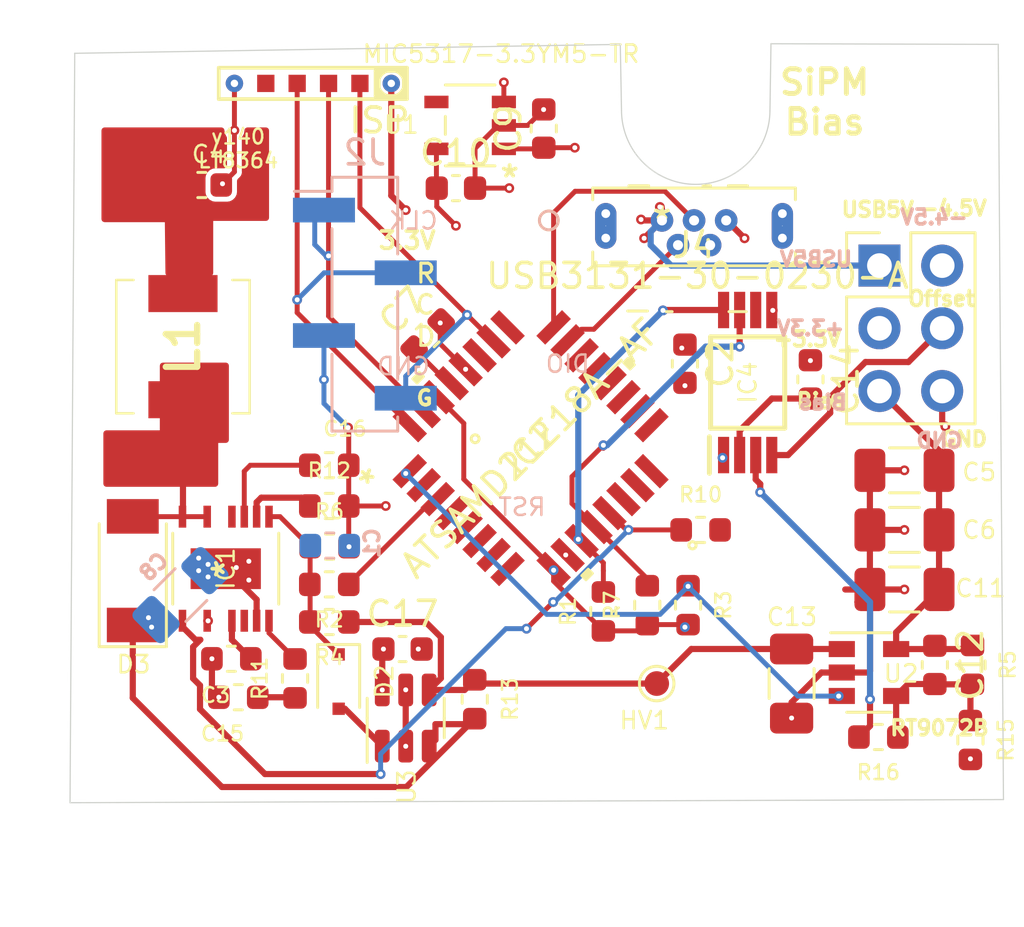
<source format=kicad_pcb>
(kicad_pcb (version 20211014) (generator pcbnew)
  (layers (0 "F.Cu" signal) (1 "In1.Cu" signal "GND") (2 "In2.Cu" signal "PWR") (31 "B.Cu" signal) (34 "B.Paste" user) (35 "F.Paste" user) (36 "B.SilkS" user "B.Silkscreen") (37 "F.SilkS" user "F.Silkscreen") (38 "B.Mask" user) (39 "F.Mask" user) (44 "Edge.Cuts" user))
  (net 0 "")
  (net 1 "GND")
  (net 2 "/~{SHDN}")
  (net 3 "+5V")
  (net 4 "/SWDIO")
  (net 5 "/SWCLK")
  (net 6 "+3V3")
  (net 7 "Net-(C7-Pad1)")
  (net 8 "/RESET")
  (net 9 "/USB_DP")
  (net 10 "/BIAS")
  (net 11 "/SCL")
  (net 12 "/SDA")
  (net 13 "/USB_DN")
  (net 14 "/OFFSET")
  (net 16 "/gain")
  (net 17 "Net-(C12-Pad2)")
  (net 18 "Net-(C14-Pad2)")
  (net 37 "VSSA")
  (net 38 "VDDA")
  (net 40 "Net-(C3-Pad2)")
  (net 41 "Net-(C8-Pad1)")
  (net 42 "Net-(C15-Pad2)")
  (net 43 "Net-(C16-Pad2)")
  (net 44 "/FBX")
  (net 45 "Net-(D2-Pad2)")
  (net 46 "Net-(D3-Pad2)")
  (net 48 "Net-(IC1-Pad8)")
  (net 49 "Net-(IC1-Pad10)")
  (net 51 "/BOOST_OUT")
  (net 52 "/Boost_Gain")
  (net 53 "/LDO_SHDN")
  (net 54 "/ID")
  (footprint "footprints:R_0603_1608Metric" (layer "F.Cu") (at 185.131416 109.647984)
    (fp_text reference "R6")
    (fp_text value "52k")
  )
  (footprint "footprints:R_0603_1608Metric" (layer "F.Cu") (at 200.152 108.966)
    (fp_text reference "R10")
    (fp_text value "5.1k")
  )
  (footprint "footprints:R_0603_1608Metric" (layer "F.Cu") (at 185.119016 111.171984 180)
    (fp_text reference "R2")
    (fp_text value "70k")
  )
  (footprint "footprints:R_0603_1608Metric" (layer "F.Cu") (at 197.993 112.014 90)
    (fp_text reference "R7")
    (fp_text value "5.1k")
  )
  (footprint "footprints:POGO_ISP" (layer "F.Cu") (at 184.4548 90.8812)
    (fp_text reference "J1" hide)
    (fp_text value "ISP")
  )
  (footprint "footprints:LT8364IMSE-PBF" (layer "F.Cu") (at 180.928016 110.536984 90)
    (fp_text reference "IC1")
    (fp_text value "LT8362EMSE#TRPBF" hide)
  )
  (footprint "Capacitor_SMD:C_0603_1608Metric" (layer "F.Cu") (at 189.103 101.092 45)
    (fp_text reference "C7")
    (fp_text value "2.2u")
  )
  (footprint "Capacitor_SMD:C_0603_1608Metric" (layer "F.Cu") (at 199.517 102.235 -90)
    (fp_text reference "C2")
    (fp_text value "2.2u")
  )
  (footprint "footprints:R_0603_1608Metric" (layer "F.Cu") (at 196.215 112.268 90)
    (fp_text reference "R1")
    (fp_text value "5.1k")
  )
  (footprint "footprints:C_0603_1608Metric" (layer "F.Cu") (at 179.959 94.996)
    (fp_text reference "C4")
    (fp_text value "22u" hide)
  )
  (footprint "footprints:ATSAMD21E18A-AF" (layer "F.Cu") (at 193.268359 105.655215 45)
    (fp_text reference "IC2")
    (fp_text value "ATSAMD21E18A-AF")
  )
  (footprint "footprints:SRP05204R7K" (layer "F.Cu") (at 179.197 101.5435 90)
    (fp_text reference "L1")
    (fp_text value "3.3uH" hide)
  )
  (footprint "footprints:USB3131-30-0230-A" (layer "F.Cu") (at 198.586951 96.4312)
    (fp_text reference "J4")
    (fp_text value "USB3131-30-0230-A")
  )
  (footprint "footprints:PinHeader_2x03_P2.54mm_Vertical" (layer "F.Cu") (at 207.391 98.26)
    (fp_text reference "J3" hide)
    (fp_text value "Conn_01x06" hide)
  )
  (footprint "Capacitor_SMD:C_0603_1608Metric" (layer "F.Cu") (at 193.802 92.71 90)
    (fp_text reference "C9")
    (fp_text value "2.2u")
  )
  (footprint "footprints:R_0603_1608Metric" (layer "F.Cu") (at 191.008 115.824 -90)
    (fp_text reference "R13")
    (fp_text value "0.62")
  )
  (footprint "footprints:R_0603_1608Metric" (layer "F.Cu") (at 183.734416 114.981984 90)
    (fp_text reference "R11")
    (fp_text value "36.5k")
  )
  (footprint "Diode_SMD:D_SOD-128" (layer "F.Cu") (at 177.165 110.617 90)
    (fp_text reference "D3")
    (fp_text value "PMEG6030EP")
  )
  (footprint "footprints:R_0603_1608Metric" (layer "F.Cu") (at 199.644 112.014 -90)
    (fp_text reference "R3")
    (fp_text value "5.1k")
  )
  (footprint "Capacitor_SMD:C_0603_1608Metric" (layer "F.Cu") (at 209.634 114.434 -90)
    (fp_text reference "C12")
    (fp_text value "25pF")
  )
  (footprint "footprints:R_0603_1608Metric" (layer "F.Cu") (at 211.074 117.475 -90)
    (fp_text reference "R15")
    (fp_text value "48k")
  )
  (footprint "Capacitor_SMD:C_0603_1608Metric" (layer "F.Cu") (at 190.246 95.123)
    (fp_text reference "C10")
    (fp_text value "2.2u")
  )
  (footprint "Capacitor_SMD:C_1206_3216Metric" (layer "F.Cu") (at 208.404 106.553 180)
    (fp_text reference "C5")
    (fp_text value "2.2uF")
  )
  (footprint "Diode_SMD:D_SOD-323F" (layer "F.Cu") (at 185.500016 115.108984 -90)
    (fp_text reference "D2")
    (fp_text value "1N4148WS")
  )
  (footprint "footprints:C_0603_1608Metric" (layer "F.Cu") (at 181.436016 115.743984)
    (fp_text reference "C15")
    (fp_text value "2.2n")
  )
  (footprint "footprints:C_0603_1608Metric" (layer "F.Cu") (at 185.119016 106.345984 180)
    (fp_text reference "C16")
    (fp_text value "10n")
  )
  (footprint "Capacitor_SMD:C_0603_1608Metric" (layer "F.Cu") (at 188.087 113.792)
    (fp_text reference "C17")
    (fp_text value "2.2u")
  )
  (footprint "footprints:MIC5317-3.3YM5-TR" (layer "F.Cu") (at 190.822 92.583 180)
    (fp_text reference "U1")
    (fp_text value "MIC5317-3.3YM5-TR")
  )
  (footprint "Package_TO_SOT_SMD:SOT-23-6" (layer "F.Cu") (at 188.214 116.586 90)
    (fp_text reference "U3")
    (fp_text value "MCP6C02T-020E/CHY")
  )
  (footprint "Capacitor_SMD:C_1206_3216Metric" (layer "F.Cu") (at 208.404 111.379 180)
    (fp_text reference "C11")
    (fp_text value "2.2uF")
  )
  (footprint "footprints:C_0603_1608Metric" (layer "F.Cu") (at 181.156516 114.185584)
    (fp_text reference "C3")
    (fp_text value "1u")
  )
  (footprint "footprints:R_0603_1608Metric" (layer "F.Cu") (at 185.119016 112.695984 180)
    (fp_text reference "R4")
    (fp_text value "1M")
  )
  (footprint "Capacitor_SMD:C_1206_3216Metric" (layer "F.Cu") (at 203.835 115.189 -90)
    (fp_text reference "C13")
    (fp_text value "2.2uF")
  )
  (footprint "Capacitor_SMD:C_1206_3216Metric" (layer "F.Cu") (at 208.404 108.966 180)
    (fp_text reference "C6")
    (fp_text value "2.2uF")
  )
  (footprint "footprints:R_0603_1608Metric" (layer "F.Cu") (at 207.348 117.355 180)
    (fp_text reference "R16")
    (fp_text value "48k")
  )
  (footprint "Capacitor_SMD:C_0603_1608Metric" (layer "F.Cu") (at 204.597 102.87 -90)
    (fp_text reference "C14")
    (fp_text value "2.2u")
  )
  (footprint "TestPoint:TestPoint_Pad_D1.0mm" (layer "F.Cu") (at 198.374 115.189)
    (fp_text reference "HV1")
    (fp_text value "TestPoint")
  )
  (footprint "Package_TO_SOT_SMD:SOT-23-5" (layer "F.Cu") (at 206.967 114.742)
    (fp_text reference "U2")
    (fp_text value "RT9072B")
  )
  (footprint "footprints:R_0603_1608Metric" (layer "F.Cu") (at 211.158 114.434 -90)
    (fp_text reference "R5")
    (fp_text value "1M")
  )
  (footprint "footprints:SOP65P640X120-8N" (layer "F.Cu") (at 202.057 102.997 90)
    (fp_text reference "IC4")
    (fp_text value "MCP47FEB22A2-E_ST" hide)
  )
  (footprint "footprints:R_0603_1608Metric" (layer "F.Cu") (at 185.119016 107.996984)
    (fp_text reference "R12")
    (fp_text value "45.3k")
  )
  (footprint "Capacitor_SMD:C_1206_3216Metric" (layer "B.Cu") (at 179.096051 111.606949 45)
    (fp_text reference "C8")
    (fp_text value "2.2uF" hide)
  )
  (footprint "footprints:C_0603_1608Metric" (layer "B.Cu") (at 185.1405 109.601)
    (fp_text reference "C1")
    (fp_text value "22u" hide)
  )
  (footprint "Connector_PinHeader_2.54mm:PinHeader_1x04_P2.54mm_Vertical_SMD_Pin1Right" (layer "B.Cu") (at 186.559 99.822 180)
    (fp_text reference "J2")
    (fp_text value "Conn_01x04")
  )
  (gr_circle (center 199.822 109.59) (end 199.947 109.665) (layer "F.SilkS") (width 0.12) (fill none))
  (gr_line (start 200.25 95.025) (end 200.55 95.025) (layer "F.SilkS") (width 0.12))
  (gr_line (start 198.75 100.125) (end 199 100.125) (layer "F.SilkS") (width 0.12))
  (gr_circle (center 191.025 105.275) (end 191.15 105.375) (layer "F.SilkS") (width 0.12) (fill none))
  (gr_line (start 197.25 95.025) (end 198.05 95.025) (layer "F.SilkS") (width 0.12))
  (gr_line (start 197.2 100.1) (end 198 100.1) (layer "F.SilkS") (width 0.12))
  (gr_line (start 201.275 95.025) (end 202.05 95.025) (layer "F.SilkS") (width 0.12))
  (gr_line (start 201.3 100.125) (end 202 100.125) (layer "F.SilkS") (width 0.12))
  (gr_line (start 212.411875 119.888) (end 212.2 89.3) (layer "Edge.Cuts") (width 0.05))
  (gr_line (start 196.9 89.3) (end 174.8155 89.662) (layer "Edge.Cuts") (width 0.05))
  (gr_line (start 212.411875 119.888) (end 174.625 120.015) (layer "Edge.Cuts") (width 0.05))
  (gr_arc (start 202.95847 91.988639) (mid 199.94626 94.967928) (end 196.9492 91.9734) (layer "Edge.Cuts") (width 0.05))
  (gr_line (start 196.9492 91.9734) (end 196.9 89.3) (layer "Edge.Cuts") (width 0.05))
  (gr_line (start 202.95847 91.988639) (end 203.000261 89.274936) (layer "Edge.Cuts") (width 0.05))
  (gr_line (start 212.2 89.3) (end 203.000261 89.274936) (layer "Edge.Cuts") (width 0.05))
  (gr_line (start 174.625 120.015) (end 174.8155 89.662) (layer "Edge.Cuts") (width 0.05))
  (gr_text "RST" (at 192.922 108.04) (layer "B.SilkS") (effects (font (size 0.7 0.7) (thickness 0.1)) (justify mirror)))
  (gr_text "GND" (at 188.122 102.34) (layer "B.SilkS") (effects (font (size 0.7 0.7) (thickness 0.1)) (justify mirror)))
  (gr_text "Bias" (at 205.1 103.8) (layer "B.SilkS") (effects (font (size 0.6 0.6)) (justify mirror)))
  (gr_text "GND" (at 209.822 105.35) (layer "B.SilkS") (effects (font (size 0.6 0.6)) (justify mirror)))
  (gr_text "CLK" (at 188.522 96.44) (layer "B.SilkS") (effects (font (size 0.7 0.7) (thickness 0.1)) (justify mirror)))
  (gr_text "+3.3V" (at 204.6 100.8) (layer "B.SilkS") (effects (font (size 0.6 0.6)) (justify mirror)))
  (gr_text "-4.5V" (at 209.6 96.3) (layer "B.SilkS") (effects (font (size 0.6 0.6)) (justify mirror)))
  (gr_text "DIO" (at 194.772 102.24) (layer "B.SilkS") (effects (font (size 0.7 0.7) (thickness 0.1)) (justify mirror)))
  (gr_text "USB5V" (at 204.825 98) (layer "B.SilkS") (effects (font (size 0.6 0.6)) (justify mirror)))
  (gr_text "v140\nLT8364" (at 181.4322 93.5228) (layer "F.SilkS") (effects (font (size 0.6 0.6) (thickness 0.1))))
  (gr_text "-4.5V" (at 210.372 95.94) (layer "F.SilkS") (effects (font (size 0.6 0.6))))
  (gr_text "+3.3V" (at 204.472 101.24) (layer "F.SilkS") (effects (font (size 0.6 0.6))))
  (gr_text "GND" (at 210.822 105.29) (layer "F.SilkS") (effects (font (size 0.6 0.6))))
  (gr_text "Bias" (at 205.022 103.74) (layer "F.SilkS") (effects (font (size 0.6 0.6))))
  (gr_text "SiPM\nBias\n" (at 205.172 91.64) (layer "F.SilkS") (effects (font (size 1 1) (thickness 0.2))))
  (gr_text "G" (at 188.975 103.625) (layer "F.SilkS") (effects (font (size 0.6 0.6))))
  (gr_text "C" (at 189.0014 99.8474) (layer "F.SilkS") (effects (font (size 0.762 0.762) (thickness 0.127))))
  (gr_text "D" (at 189.0268 101.1428) (layer "F.SilkS") (effects (font (size 0.762 0.762) (thickness 0.127))))
  (gr_text "Offset" (at 209.9 99.6) (layer "F.SilkS") (effects (font (size 0.6 0.6))))
  (gr_text "R" (at 189.0268 98.5774) (layer "F.SilkS") (effects (font (size 0.762 0.762) (thickness 0.127))))
  (gr_text "USB5V" (at 207.322 95.99) (layer "F.SilkS") (effects (font (size 0.6 0.6))))
  (gr_text "RT9072B" (at 209.822 116.99) (layer "F.SilkS") (effects (font (size 0.6 0.6))))
  (gr_text "3.3V" (at 188.272 97.24) (layer "F.SilkS") (effects (font (size 0.7 0.7))))
  (segment (start 182.178966 111.787934) (end 180.928016 110.536984) (width 0.25) (layer "F.Cu") (net 1))
  (segment (start 180.369016 114.185584) (end 180.369016 115.464484) (width 0.25) (layer "F.Cu") (net 1))
  (segment (start 193.7955 91.9415) (end 193.154 92.583) (width 0.2) (layer "F.Cu") (net 1))
  (segment (start 206.949 114.742) (end 207.01 114.681) (width 0.25) (layer "F.Cu") (net 1))
  (segment (start 180.7465 94.996) (end 180.79725 94.94525) (width 0.2) (layer "F.Cu") (net 1))
  (segment (start 207.01 111.385) (end 207.01 114.681) (width 0.25) (layer "F.Cu") (net 1))
  (segment (start 191.021 95.123) (end 192.405 95.123) (width 0.2) (layer "F.Cu") (net 1))
  (segment (start 201.206199 96.431199) (end 201.93 97.155) (width 0.25) (layer "F.Cu") (net 1))
  (segment (start 189.651008 100.543992) (end 189.611 100.584) (width 0.2) (layer "F.Cu") (net 1))
  (segment (start 180.369016 115.464484) (end 180.648516 115.743984) (width 0.25) (layer "F.Cu") (net 1))
  (segment (start 207.004 111.379) (end 208.401 111.379) (width 0.25) (layer "F.Cu") (net 1))
  (segment (start 206.496 111.887) (end 207.004 111.379) (width 0.25) (layer "F.Cu") (net 1))
  (segment (start 181.2798 94.4627) (end 181.2798 92.7862) (width 0.2) (layer "F.Cu") (net 1))
  (segment (start 191.9523 92.583) (end 191.021 93.5143) (width 0.2) (layer "F.Cu") (net 1))
  (segment (start 192.18725 92.583) (end 191.9523 92.583) (width 0.2) (layer "F.Cu") (net 1))
  (segment (start 205.867 114.742) (end 206.949 114.742) (width 0.25) (layer "F.Cu") (net 1))
  (segment (start 188.214 115.4485) (end 188.214 117.7235) (width 0.25) (layer "F.Cu") (net 1))
  (segment (start 209.931 103.34) (end 209.931 104.648) (width 0.25) (layer "F.Cu") (net 1))
  (segment (start 207.004 111.379) (end 207.01 111.385) (width 0.25) (layer "F.Cu") (net 1))
  (segment (start 203.835 116.589) (end 203.835 116.586) (width 0.25) (layer "F.Cu") (net 1))
  (segment (start 185.906516 106.345984) (end 185.906516 109.635584) (width 0.2) (layer "F.Cu") (net 1))
  (segment (start 182.178966 112.645184) (end 182.178966 111.787934) (width 0.25) (layer "F.Cu") (net 1))
  (segment (start 185.906516 109.635584) (end 185.918916 109.647984) (width 0.2) (layer "F.Cu") (net 1))
  (segment (start 189.611 101.432172) (end 190.638629 102.459801) (width 0.2) (layer "F.Cu") (net 1))
  (segment (start 209.931 104.648) (end 210.058 104.775) (width 0.25) (layer "F.Cu") (net 1))
  (segment (start 189.611 100.584) (end 189.611 101.432172) (width 0.2) (layer "F.Cu") (net 1))
  (segment (start 207.004 108.966) (end 208.401 108.966) (width 0.25) (layer "F.Cu") (net 1))
  (segment (start 205.044 114.742) (end 205.867 114.742) (width 0.25) (layer "F.Cu") (net 1))
  (segment (start 193.154 92.583) (end 192.18725 92.583) (width 0.2) (layer "F.Cu") (net 1))
  (segment (start 203.835 116.586) (end 203.835 115.951) (width 0.25) (layer "F.Cu") (net 1))
  (segment (start 185.906516 106.345984) (end 185.906516 104.847484) (width 0.2) (layer "F.Cu") (net 1))
  (segment (start 185.906516 104.847484) (end 185.881016 104.821984) (width 0.2) (layer "F.Cu") (net 1))
  (segment (start 181.2798 92.7862) (end 181.2798 90.8812) (width 0.2) (layer "F.Cu") (net 1))
  (segment (start 207.004 111.379) (end 206.007 111.379) (width 0.25) (layer "F.Cu") (net 1))
  (segment (start 207.004 106.553) (end 208.401 106.553) (width 0.25) (layer "F.Cu") (net 1))
  (segment (start 193.802 91.935) (end 193.7955 91.9415) (width 0.2) (layer "F.Cu") (net 1))
  (segment (start 203.835 115.951) (end 205.044 114.742) (width 0.25) (layer "F.Cu") (net 1))
  (segment (start 207.004 111.379) (end 207.004 106.553) (width 0.25) (layer "F.Cu") (net 1))
  (segment (start 201.186951 96.431199) (end 201.206199 96.431199) (width 0.25) (layer "F.Cu") (net 1))
  (segment (start 185.906516 107.996984) (end 187.405016 107.996984) (width 0.2) (layer "F.Cu") (net 1))
  (segment (start 180.79725 94.94525) (end 181.2798 94.4627) (width 0.2) (layer "F.Cu") (net 1))
  (segment (start 191.021 93.5143) (end 191.021 95.123) (width 0.2) (layer "F.Cu") (net 1))
  (via (at 179.832 110.617) (size 0.4) (drill 0.2) (layers "F.Cu" "B.Cu") (net 1))
  (via blind (at 188.214 117.729) (size 0.4) (drill 0.2) (layers "F.Cu" "In1.Cu") (net 1))
  (via blind (at 208.401 108.966) (size 0.4) (drill 0.2) (layers "F.Cu" "In1.Cu") (net 1))
  (via blind (at 208.401 111.379) (size 0.4) (drill 0.2) (layers "F.Cu" "In1.Cu") (net 1))
  (via blind (at 211.074 118.237) (size 0.4) (drill 0.2) (layers "F.Cu" "In1.Cu") (net 1))
  (via blind (at 208.401 106.553) (size 0.4) (drill 0.2) (layers "F.Cu" "In1.Cu") (net 1))
  (via blind (at 194.691 109.982) (size 0.4) (drill 0.2) (layers "F.Cu" "In1.Cu") (net 1))
  (via blind (at 180.79725 94.94525) (size 0.4) (drill 0.2) (layers "F.Cu" "In1.Cu") (net 1))
  (via blind (at 190.638629 102.459801) (size 0.4) (drill 0.2) (layers "F.Cu" "In1.Cu") (net 1))
  (via blind (at 180.369016 114.185584) (size 0.4) (drill 0.2) (layers "F.Cu" "In1.Cu") (net 1))
  (via blind (at 193.7955 91.9415) (size 0.4) (drill 0.2) (layers "F.Cu" "In1.Cu") (net 1))
  (via blind (at 189.611 100.584) (size 0.4) (drill 0.2) (layers "F.Cu" "In1.Cu") (net 1))
  (via blind (at 181.2798 92.7862) (size 0.4) (drill 0.2) (layers "F.Cu" "In1.Cu") (net 1))
  (via (at 180.213 110.871) (size 0.4) (drill 0.2) (layers "F.Cu" "B.Cu") (net 1))
  (via blind (at 181.864 110.998) (size 0.4) (drill 0.2) (layers "F.Cu" "In1.Cu") (net 1))
  (via blind (at 203.073 100.076) (size 0.4) (drill 0.2) (layers "F.Cu" "In1.Cu") (net 1))
  (via blind (at 204.597 102.108) (size 0.4) (drill 0.2) (layers "F.Cu" "In1.Cu") (net 1))
  (via (at 180.213 110.363) (size 0.4) (drill 0.2) (layers "F.Cu" "B.Cu") (net 1))
  (via blind (at 201.93 97.155) (size 0.4) (drill 0.2) (layers "F.Cu" "In1.Cu") (net 1))
  (via blind (at 203.835 116.586) (size 0.4) (drill 0.2) (layers "F.Cu" "In1.Cu") (net 1))
  (via blind (at 188.214 115.443) (size 0.4) (drill 0.2) (layers "F.Cu" "In1.Cu") (net 1))
  (via blind (at 192.405 95.123) (size 0.4) (drill 0.2) (layers "F.Cu" "In1.Cu") (net 1))
  (via blind (at 181.864 110.236) (size 0.4) (drill 0.2) (layers "F.Cu" "In1.Cu") (net 1))
  (via (at 179.832 110.109) (size 0.4) (drill 0.2) (layers "F.Cu" "B.Cu") (net 1))
  (via blind (at 188.722 113.792) (size 0.4) (drill 0.2) (layers "F.Cu" "In1.Cu") (net 1))
  (via blind (at 187.405016 107.996984) (size 0.4) (drill 0.2) (layers "F.Cu" "In1.Cu") (net 1))
  (via blind (at 180.648516 115.743984) (size 0.4) (drill 0.2) (layers "F.Cu" "In1.Cu") (net 1))
  (via blind (at 210.058 104.775) (size 0.4) (drill 0.2) (layers "F.Cu" "In1.Cu") (net 1))
  (via blind (at 181.356 110.49) (size 0.4) (drill 0.2) (layers "F.Cu" "In1.Cu") (net 1))
  (via blind (at 185.881016 104.821984) (size 0.4) (drill 0.2) (layers "F.Cu" "In1.Cu") (net 1))
  (via blind (at 199.517 103.124) (size 0.4) (drill 0.2) (layers "F.Cu" "In1.Cu") (net 1))
  (via blind (at 185.918916 109.647984) (size 0.4) (drill 0.2) (layers "F.Cu" "In1.Cu") (net 1))
  (via blind (at 184.904 102.878) (size 0.4) (drill 0.2) (layers "In1.Cu" "B.Cu") (net 1))
  (segment (start 184.904 103.844968) (end 185.881016 104.821984) (width 0.2) (layer "B.Cu") (net 1))
  (segment (start 184.904 102.878) (end 184.904 103.844968) (width 0.2) (layer "B.Cu") (net 1))
  (segment (start 184.904 101.092) (end 184.904 102.878) (width 0.2) (layer "B.Cu") (net 1))
  (segment (start 179.176686 112.890346) (end 179.176686 112.645184) (width 0.25) (layer "F.Cu") (net 2))
  (segment (start 193.1035 112.9665) (end 193.04 113.03) (width 0.2) (layer "F.Cu") (net 2))
  (segment (start 197.231 108.966) (end 199.3645 108.966) (width 0.2) (layer "F.Cu") (net 2))
  (segment (start 194.183 111.887) (end 193.1035 112.9665) (width 0.2) (layer "F.Cu") (net 2))
  (segment (start 179.606996 114.983205) (end 179.606996 113.704305) (width 0.25) (layer "F.Cu") (net 2))
  (segment (start 179.886496 116.225263) (end 179.886496 115.262705) (width 0.25) (layer "F.Cu") (net 2))
  (segment (start 197.231 108.966) (end 197.144828 108.966) (width 0.2) (layer "F.Cu") (net 2))
  (segment (start 197.144828 108.966) (end 196.463773 108.284945) (width 0.2) (layer "F.Cu") (net 2))
  (segment (start 187.198 118.855495) (end 182.516728 118.855495) (width 0.25) (layer "F.Cu") (net 2))
  (segment (start 179.886496 115.262705) (end 179.606996 114.983205) (width 0.25) (layer "F.Cu") (net 2))
  (segment (start 182.516728 118.855495) (end 179.886496 116.225263) (width 0.25) (layer "F.Cu") (net 2))
  (segment (start 179.700535 113.414195) (end 179.176686 112.890346) (width 0.25) (layer "F.Cu") (net 2))
  (segment (start 179.606996 113.704305) (end 179.897105 113.414195) (width 0.25) (layer "F.Cu") (net 2))
  (segment (start 179.897105 113.414195) (end 179.700535 113.414195) (width 0.25) (layer "F.Cu") (net 2))
  (via (at 194.183 111.887) (size 0.4) (drill 0.2) (layers "F.Cu" "B.Cu") (net 2))
  (via (at 197.231 108.966) (size 0.4) (drill 0.2) (layers "F.Cu" "B.Cu") (net 2))
  (via (at 193.1035 112.9665) (size 0.4) (drill 0.2) (layers "F.Cu" "B.Cu") (net 2))
  (via (at 187.198 118.855495) (size 0.4) (drill 0.2) (layers "F.Cu" "B.Cu") (net 2))
  (segment (start 194.238584 111.887) (end 194.183 111.887) (width 0.2) (layer "B.Cu") (net 2))
  (segment (start 187.198 118.038584) (end 187.198 118.855495) (width 0.2) (layer "B.Cu") (net 2))
  (segment (start 193.1035 112.9665) (end 192.270084 112.9665) (width 0.2) (layer "B.Cu") (net 2))
  (segment (start 192.270084 112.9665) (end 187.198 118.038584) (width 0.2) (layer "B.Cu") (net 2))
  (segment (start 196.008095 110.117489) (end 194.238584 111.887) (width 0.2) (layer "B.Cu") (net 2))
  (segment (start 197.231 108.966) (end 196.079511 110.117489) (width 0.2) (layer "B.Cu") (net 2))
  (segment (start 196.079511 110.117489) (end 196.008095 110.117489) (width 0.2) (layer "B.Cu") (net 2))
  (segment (start 192.18725 93.533001) (end 193.753999 93.533001) (width 0.2) (layer "F.Cu") (net 3))
  (segment (start 179.1715 94.996) (end 179.324 95.1485) (width 0.2) (layer "F.Cu") (net 3))
  (segment (start 179.324 99.2665) (end 179.197 99.3935) (width 0.2) (layer "F.Cu") (net 3))
  (segment (start 198.586951 95.970951) (end 198.501 95.885) (width 0.25) (layer "F.Cu") (net 3))
  (segment (start 193.802 93.485) (end 195.059 93.485) (width 0.2) (layer "F.Cu") (net 3))
  (segment (start 187.264 113.84) (end 187.312 113.792) (width 0.25) (layer "F.Cu") (net 3))
  (segment (start 193.753999 93.533001) (end 193.802 93.485) (width 0.2) (layer "F.Cu") (net 3))
  (segment (start 179.324 95.1485) (end 179.324 99.2665) (width 0.2) (layer "F.Cu") (net 3))
  (segment (start 195.072 93.485) (end 195.072 93.472) (width 0.2) (layer "F.Cu") (net 3))
  (segment (start 198.586951 96.431199) (end 197.864575 97.153575) (width 0.25) (layer "F.Cu") (net 3))
  (segment (start 195.059 93.485) (end 195.072 93.485) (width 0.2) (layer "F.Cu") (net 3))
  (segment (start 192.18725 91.632999) (end 192.18725 90.84125) (width 0.2) (layer "F.Cu") (net 3))
  (segment (start 187.264 115.4485) (end 187.264 113.84) (width 0.25) (layer "F.Cu") (net 3))
  (segment (start 198.586951 96.431199) (end 198.586951 95.970951) (width 0.25) (layer "F.Cu") (net 3))
  (segment (start 198.586951 96.431199) (end 197.777199 96.431199) (width 0.25) (layer "F.Cu") (net 3))
  (segment (start 197.777199 96.431199) (end 197.739 96.393) (width 0.25) (layer "F.Cu") (net 3))
  (via blind (at 187.312 113.792) (size 0.4) (drill 0.2) (layers "F.Cu" "In2.Cu") (net 3))
  (via blind (at 197.864575 97.153575) (size 0.4) (drill 0.2) (layers "F.Cu" "In2.Cu") (net 3))
  (via blind (at 187.264 115.4485) (size 0.4) (drill 0.2) (layers "F.Cu" "In2.Cu") (net 3))
  (via blind (at 197.739 96.393) (size 0.4) (drill 0.2) (layers "F.Cu" "In2.Cu") (net 3))
  (via blind (at 180.213 112.649) (size 0.4) (drill 0.2) (layers "F.Cu" "In2.Cu") (net 3))
  (via blind (at 198.501 95.885) (size 0.4) (drill 0.2) (layers "F.Cu" "In2.Cu") (net 3))
  (via blind (at 195.059 93.485) (size 0.4) (drill 0.2) (layers "F.Cu" "In2.Cu") (net 3))
  (via blind (at 192.18725 90.84125) (size 0.4) (drill 0.2) (layers "F.Cu" "In2.Cu") (net 3))
  (segment (start 198.129751 96.888399) (end 198.586951 96.431199) (width 0.25) (layer "B.Cu") (net 3))
  (segment (start 207.391 98.26) (end 198.960245 98.26) (width 0.25) (layer "B.Cu") (net 3))
  (segment (start 198.129751 97.429506) (end 198.129751 96.888399) (width 0.25) (layer "B.Cu") (net 3))
  (segment (start 198.960245 98.26) (end 198.129751 97.429506) (width 0.25) (layer "B.Cu") (net 3))
  (segment (start 183.8198 99.6442) (end 183.8198 100.166452) (width 0.2) (layer "F.Cu") (net 4))
  (segment (start 183.8198 100.166452) (end 188.375889 104.722541) (width 0.2) (layer "F.Cu") (net 4))
  (segment (start 183.8198 90.8812) (end 183.8198 99.6442) (width 0.2) (layer "F.Cu") (net 4))
  (via (at 183.8198 99.6442) (size 0.4) (drill 0.2) (layers "F.Cu" "B.Cu") (net 4))
  (segment (start 184.912 98.552) (end 183.8198 99.6442) (width 0.2) (layer "B.Cu") (net 4))
  (segment (start 188.214 98.552) (end 184.912 98.552) (width 0.2) (layer "B.Cu") (net 4))
  (segment (start 185.0898 90.8812) (end 185.0898 97.8662) (width 0.2) (layer "F.Cu") (net 5))
  (segment (start 185.0898 100.305082) (end 188.941574 104.156856) (width 0.2) (layer "F.Cu") (net 5))
  (segment (start 185.0898 97.8662) (end 185.0898 100.305082) (width 0.2) (layer "F.Cu") (net 5))
  (via (at 185.0898 97.8662) (size 0.4) (drill 0.2) (layers "F.Cu" "B.Cu") (net 5))
  (segment (start 185.0898 97.8662) (end 184.9882 97.8662) (width 0.2) (layer "B.Cu") (net 5))
  (segment (start 184.9882 97.8662) (end 184.531 97.409) (width 0.2) (layer "B.Cu") (net 5))
  (segment (start 184.531 97.409) (end 184.531 96.385) (width 0.2) (layer "B.Cu") (net 5))
  (segment (start 184.531 96.385) (end 184.904 96.012) (width 0.2) (layer "B.Cu") (net 5))
  (segment (start 187.6298 95.4278) (end 188.214 96.012) (width 0.25) (layer "F.Cu") (net 6))
  (segment (start 189.471 95.872) (end 190.246 96.647) (width 0.2) (layer "F.Cu") (net 6))
  (segment (start 197.993 112.8015) (end 199.644 112.8015) (width 0.2) (layer "F.Cu") (net 6))
  (segment (start 189.45675 93.533001) (end 189.45675 95.10875) (width 0.2) (layer "F.Cu") (net 6))
  (segment (start 187.6298 90.8812) (end 187.6298 95.4278) (width 0.25) (layer "F.Cu") (net 6))
  (segment (start 189.507259 103.591171) (end 190.564088 104.648) (width 0.2) (layer "F.Cu") (net 6))
  (segment (start 194.201033 110.598967) (end 194.201033 110.547685) (width 0.2) (layer "F.Cu") (net 6))
  (segment (start 196.215 113.0555) (end 194.201033 111.041533) (width 0.2) (layer "F.Cu") (net 6))
  (segment (start 190.564088 104.648) (end 190.564088 106.91074) (width 0.2) (layer "F.Cu") (net 6))
  (segment (start 190.564088 106.91074) (end 194.201033 110.547685) (width 0.2) (layer "F.Cu") (net 6))
  (segment (start 197.739 113.0555) (end 197.993 112.8015) (width 0.2) (layer "F.Cu") (net 6))
  (segment (start 189.45675 95.10875) (end 189.471 95.123) (width 0.2) (layer "F.Cu") (net 6))
  (segment (start 196.215 113.0555) (end 197.739 113.0555) (width 0.2) (layer "F.Cu") (net 6))
  (segment (start 194.201033 111.041533) (end 194.201033 110.598967) (width 0.2) (layer "F.Cu") (net 6))
  (segment (start 189.471 95.123) (end 189.471 95.872) (width 0.2) (layer "F.Cu") (net 6))
  (via blind (at 188.214 96.012) (size 0.4) (drill 0.2) (layers "F.Cu" "In2.Cu") (net 6))
  (via (at 199.517 112.903) (size 0.4) (drill 0.2) (layers "F.Cu" "B.Cu") (net 6))
  (via (at 194.201033 110.598967) (size 0.4) (drill 0.2) (layers "F.Cu" "B.Cu") (net 6))
  (via blind (at 199.39 101.6) (size 0.4) (drill 0.2) (layers "F.Cu" "In2.Cu") (net 6))
  (via blind (at 190.246 96.647) (size 0.4) (drill 0.2) (layers "F.Cu" "In2.Cu") (net 6))
  (via (at 201.041 106.045) (size 0.4) (drill 0.2) (layers "F.Cu" "B.Cu") (net 6))
  (segment (start 188.427992 101.894008) (end 188.468 101.854) (width 0.2) (layer "F.Cu") (net 7))
  (segment (start 188.468 101.854) (end 188.90146 101.854) (width 0.2) (layer "F.Cu") (net 7))
  (segment (start 188.554992 101.640008) (end 189.940469 103.025485) (width 0.2) (layer "F.Cu") (net 7))
  (segment (start 189.940469 103.025485) (end 190.072945 103.025485) (width 0.2) (layer "F.Cu") (net 7))
  (segment (start 186.3598 95.918228) (end 186.3598 90.8812) (width 0.2) (layer "F.Cu") (net 8))
  (segment (start 190.699286 100.257714) (end 186.3598 95.918228) (width 0.2) (layer "F.Cu") (net 8))
  (segment (start 191.770001 101.328429) (end 190.699286 100.257714) (width 0.2) (layer "F.Cu") (net 8))
  (via (at 190.699286 100.257714) (size 0.4) (drill 0.2) (layers "F.Cu" "B.Cu") (net 8))
  (segment (start 188.214 102.743) (end 188.214 103.632) (width 0.2) (layer "B.Cu") (net 8))
  (segment (start 190.699286 100.257714) (end 188.214 102.743) (width 0.2) (layer "B.Cu") (net 8))
  (segment (start 198.705752 95.25) (end 195.072 95.25) (width 0.2) (layer "F.Cu") (net 9))
  (segment (start 199.886951 96.431199) (end 198.705752 95.25) (width 0.2) (layer "F.Cu") (net 9))
  (segment (start 195.072 95.25) (end 194.201033 96.120967) (width 0.2) (layer "F.Cu") (net 9))
  (segment (start 194.201033 96.120967) (end 194.201033 100.762745) (width 0.2) (layer "F.Cu") (net 9))
  (segment (start 209.804 111.379) (end 209.804 111.541) (width 0.25) (layer "F.Cu") (net 10))
  (segment (start 211.0125 113.792) (end 211.158 113.6465) (width 0.25) (layer "F.Cu") (net 10))
  (segment (start 208.067 113.116) (end 208.067 113.792) (width 0.25) (layer "F.Cu") (net 10))
  (segment (start 209.804 111.379) (end 208.067 113.116) (width 0.25) (layer "F.Cu") (net 10))
  (segment (start 208.067 113.792) (end 211.0125 113.792) (width 0.25) (layer "F.Cu") (net 10))
  (segment (start 209.804 106.553) (end 209.804 111.379) (width 0.25) (layer "F.Cu") (net 10))
  (segment (start 209.804 105.753) (end 207.391 103.34) (width 0.25) (layer "F.Cu") (net 10))
  (segment (start 209.804 106.553) (end 209.804 105.753) (width 0.25) (layer "F.Cu") (net 10))
  (segment (start 194.945 107.89754) (end 194.945 106.807) (width 0.2) (layer "F.Cu") (net 11))
  (segment (start 195.898089 108.850629) (end 194.945 107.89754) (width 0.2) (layer "F.Cu") (net 11))
  (segment (start 197.993 110.94554) (end 195.898089 108.850629) (width 0.2) (layer "F.Cu") (net 11))
  (segment (start 196.215 105.537) (end 196.215 105.664) (width 0.2) (layer "F.Cu") (net 11))
  (segment (start 194.945 106.807) (end 196.215 105.537) (width 0.2) (layer "F.Cu") (net 11))
  (segment (start 201.732 100.059) (end 201.732 101.544) (width 0.25) (layer "F.Cu") (net 11))
  (segment (start 197.993 111.2265) (end 197.993 110.94554) (width 0.2) (layer "F.Cu") (net 11))
  (via (at 196.215 105.537) (size 0.4) (drill 0.2) (layers "F.Cu" "B.Cu") (net 11))
  (via (at 201.732 101.544) (size 0.4) (drill 0.2) (layers "F.Cu" "B.Cu") (net 11))
  (segment (start 200.355228 101.544) (end 196.362228 105.537) (width 0.25) (layer "B.Cu") (net 11))
  (segment (start 196.362228 105.537) (end 196.215 105.537) (width 0.25) (layer "B.Cu") (net 11))
  (segment (start 201.732 101.544) (end 200.355228 101.544) (width 0.25) (layer "B.Cu") (net 11))
  (segment (start 196.215 110.298912) (end 195.332403 109.416315) (width 0.2) (layer "F.Cu") (net 12))
  (segment (start 198.645 100.059) (end 198.628 100.076) (width 0.25) (layer "F.Cu") (net 12))
  (segment (start 196.215 110.617) (end 196.215 110.298912) (width 0.2) (layer "F.Cu") (net 12))
  (segment (start 201.082 100.059) (end 198.645 100.059) (width 0.25) (layer "F.Cu") (net 12))
  (segment (start 196.215 111.4805) (end 196.215 110.617) (width 0.2) (layer "F.Cu") (net 12))
  (via (at 195.199 109.347) (size 0.4) (drill 0.2) (layers "F.Cu" "B.Cu") (net 12))
  (via (at 198.628 100.076) (size 0.4) (drill 0.2) (layers "F.Cu" "B.Cu") (net 12))
  (segment (start 195.199 103.505) (end 195.199 109.347) (width 0.25) (layer "B.Cu") (net 12))
  (segment (start 198.628 100.076) (end 195.199 103.505) (width 0.25) (layer "B.Cu") (net 12))
  (segment (start 199.236952 97.4312) (end 195.830152 100.838) (width 0.2) (layer "F.Cu") (net 13))
  (segment (start 195.830152 100.838) (end 195.326 100.838) (width 0.2) (layer "F.Cu") (net 13))
  (segment (start 203.691 105.935) (end 203.032 105.935) (width 0.25) (layer "F.Cu") (net 14))
  (segment (start 205.39652 103.59448) (end 205.39652 104.22948) (width 0.25) (layer "F.Cu") (net 14))
  (segment (start 209.931 100.8) (end 208.565511 102.165489) (width 0.25) (layer "F.Cu") (net 14))
  (segment (start 206.825511 102.165489) (end 205.39652 103.59448) (width 0.25) (layer "F.Cu") (net 14))
  (segment (start 205.39652 104.22948) (end 203.691 105.935) (width 0.25) (layer "F.Cu") (net 14))
  (segment (start 208.565511 102.165489) (end 206.825511 102.165489) (width 0.25) (layer "F.Cu") (net 14))
  (segment (start 202.382 106.9225) (end 202.565 107.1055) (width 0.25) (layer "F.Cu") (net 16))
  (segment (start 207.01 116.9055) (end 207.01 115.824) (width 0.25) (layer "F.Cu") (net 16))
  (segment (start 202.382 105.935) (end 202.382 106.9225) (width 0.25) (layer "F.Cu") (net 16))
  (segment (start 206.5605 117.355) (end 207.01 116.9055) (width 0.25) (layer "F.Cu") (net 16))
  (segment (start 202.565 107.1055) (end 202.565 107.442) (width 0.25) (layer "F.Cu") (net 16))
  (via (at 202.565 107.442) (size 0.4) (drill 0.2) (layers "F.Cu" "B.Cu") (net 16))
  (via (at 207.01 115.824) (size 0.4) (drill 0.2) (layers "F.Cu" "B.Cu") (net 16))
  (segment (start 207.01 111.887) (end 207.01 115.824) (width 0.25) (layer "B.Cu") (net 16))
  (segment (start 202.565 107.442) (end 207.01 111.887) (width 0.25) (layer "B.Cu") (net 16))
  (segment (start 209.6465 115.2215) (end 209.634 115.209) (width 0.25) (layer "F.Cu") (net 17))
  (segment (start 209.634 115.209) (end 208.55 115.209) (width 0.25) (layer "F.Cu") (net 17))
  (segment (start 211.158 115.2215) (end 209.6465 115.2215) (width 0.25) (layer "F.Cu") (net 17))
  (segment (start 208.067 115.692) (end 208.067 117.2865) (width 0.25) (layer "F.Cu") (net 17))
  (segment (start 211.074 116.6875) (end 211.074 115.3055) (width 0.25) (layer "F.Cu") (net 17))
  (segment (start 211.074 115.3055) (end 211.158 115.2215) (width 0.25) (layer "F.Cu") (net 17))
  (segment (start 208.55 115.209) (end 208.067 115.692) (width 0.25) (layer "F.Cu") (net 17))
  (segment (start 208.067 117.2865) (end 208.1355 117.355) (width 0.25) (layer "F.Cu") (net 17))
  (segment (start 204.597 103.645) (end 203.0345 103.645) (width 0.25) (layer "F.Cu") (net 18))
  (segment (start 201.732 104.9475) (end 201.732 105.935) (width 0.25) (layer "F.Cu") (net 18))
  (segment (start 203.0345 103.645) (end 201.732 104.9475) (width 0.25) (layer "F.Cu") (net 18))
  (segment (start 181.944016 114.185584) (end 181.178206 113.419774) (width 0.25) (layer "F.Cu") (net 40))
  (segment (start 181.178206 113.419774) (end 181.178206 112.645184) (width 0.25) (layer "F.Cu") (net 40))
  (segment (start 190.785 116.8345) (end 191.008 116.6115) (width 0.25) (layer "F.Cu") (net 41))
  (segment (start 180.774255 119.379995) (end 188.239505 119.379995) (width 0.25) (layer "F.Cu") (net 41))
  (segment (start 189.418 117.4695) (end 189.164 117.7235) (width 0.25) (layer "F.Cu") (net 41))
  (segment (start 177.165 112.817) (end 177.165 115.77074) (width 0.25) (layer "F.Cu") (net 41))
  (segment (start 188.239505 119.379995) (end 191.008 116.6115) (width 0.25) (layer "F.Cu") (net 41))
  (segment (start 177.165 115.77074) (end 180.774255 119.379995) (width 0.25) (layer "F.Cu") (net 41))
  (segment (start 189.418 116.8345) (end 189.418 117.4695) (width 0.25) (layer "F.Cu") (net 41))
  (segment (start 189.418 116.8345) (end 190.785 116.8345) (width 0.25) (layer "F.Cu") (net 41))
  (via (at 177.8 112.522) (size 0.4) (drill 0.2) (layers "F.Cu" "B.Cu") (net 41))
  (via (at 177.927 112.903) (size 0.4) (drill 0.2) (layers "F.Cu" "B.Cu") (net 41))
  (segment (start 183.708916 115.743984) (end 183.734416 115.769484) (width 0.25) (layer "F.Cu") (net 42))
  (segment (start 182.223516 115.743984) (end 183.708916 115.743984) (width 0.25) (layer "F.Cu") (net 42))
  (segment (start 184.331516 106.345984) (end 181.922844 106.345984) (width 0.2) (layer "F.Cu") (net 43))
  (segment (start 181.922844 106.345984) (end 181.678586 106.590242) (width 0.2) (layer "F.Cu") (net 43))
  (segment (start 181.678586 106.590242) (end 181.678586 108.428784) (width 0.2) (layer "F.Cu") (net 43))
  (segment (start 183.124716 108.428784) (end 184.343916 109.647984) (width 0.2) (layer "F.Cu") (net 44))
  (segment (start 184.331516 112.695984) (end 184.331516 112.840484) (width 0.2) (layer "F.Cu") (net 44))
  (segment (start 184.331516 112.840484) (end 185.500016 114.008984) (width 0.2) (layer "F.Cu") (net 44))
  (segment (start 182.679346 108.428784) (end 183.124716 108.428784) (width 0.2) (layer "F.Cu") (net 44))
  (segment (start 184.343916 109.647984) (end 184.343916 112.683584) (width 0.2) (layer "F.Cu") (net 44))
  (segment (start 184.343916 112.683584) (end 184.331516 112.695984) (width 0.2) (layer "F.Cu") (net 44))
  (segment (start 185.500016 116.208984) (end 185.749484 116.208984) (width 0.25) (layer "F.Cu") (net 45))
  (segment (start 185.749484 116.208984) (end 187.264 117.7235) (width 0.25) (layer "F.Cu") (net 45))
  (segment (start 179.176686 108.428784) (end 180.177446 108.428784) (width 0.2) (layer "F.Cu") (net 46))
  (segment (start 179.197 108.40847) (end 179.176686 108.428784) (width 0.25) (layer "F.Cu") (net 46))
  (segment (start 179.176686 108.428784) (end 177.056716 108.428784) (width 0.2) (layer "F.Cu") (net 46))
  (segment (start 177.056716 108.428784) (end 176.991016 108.363084) (width 0.2) (layer "F.Cu") (net 46))
  (segment (start 179.176686 104.534298) (end 179.451 104.259984) (width 0.2) (layer "F.Cu") (net 46))
  (segment (start 179.785016 104.281516) (end 179.785016 104.259984) (width 0.2) (layer "F.Cu") (net 46))
  (segment (start 179.197 103.6935) (end 179.197 108.40847) (width 0.25) (layer "F.Cu") (net 46))
  (segment (start 182.679346 112.645184) (end 182.679346 113.139414) (width 0.2) (layer "F.Cu") (net 48))
  (segment (start 182.679346 113.139414) (end 183.734416 114.194484) (width 0.2) (layer "F.Cu") (net 48))
  (segment (start 182.365708 107.659773) (end 182.178966 107.846515) (width 0.25) (layer "F.Cu") (net 49))
  (segment (start 182.178966 107.846515) (end 182.178966 108.428784) (width 0.25) (layer "F.Cu") (net 49))
  (segment (start 182.202435 108.054795) (end 182.178966 108.031326) (width 0.25) (layer "F.Cu") (net 49))
  (segment (start 183.994305 107.659773) (end 182.365708 107.659773) (width 0.25) (layer "F.Cu") (net 49))
  (segment (start 184.331516 107.996984) (end 183.994305 107.659773) (width 0.25) (layer "F.Cu") (net 49))
  (segment (start 205.864 113.789) (end 205.867 113.792) (width 0.25) (layer "F.Cu") (net 51))
  (segment (start 189.63652 113.30952) (end 189.022984 112.695984) (width 0.25) (layer "F.Cu") (net 51))
  (segment (start 191.1605 115.189) (end 198.374 115.189) (width 0.25) (layer "F.Cu") (net 51))
  (segment (start 199.774 113.789) (end 198.374 115.189) (width 0.25) (layer "F.Cu") (net 51))
  (segment (start 189.63652 114.97598) (end 189.63652 113.30952) (width 0.25) (layer "F.Cu") (net 51))
  (segment (start 191.008 115.0365) (end 191.1605 115.189) (width 0.25) (layer "F.Cu") (net 51))
  (segment (start 203.835 113.789) (end 205.864 113.789) (width 0.25) (layer "F.Cu") (net 51))
  (segment (start 190.596 115.4485) (end 191.008 115.0365) (width 0.25) (layer "F.Cu") (net 51))
  (segment (start 189.164 115.4485) (end 189.63652 114.97598) (width 0.25) (layer "F.Cu") (net 51))
  (segment (start 189.164 115.4485) (end 190.596 115.4485) (width 0.25) (layer "F.Cu") (net 51))
  (segment (start 189.022984 112.695984) (end 185.906516 112.695984) (width 0.25) (layer "F.Cu") (net 51))
  (segment (start 203.835 113.789) (end 199.774 113.789) (width 0.25) (layer "F.Cu") (net 51))
  (segment (start 185.906516 111.171984) (end 185.906516 111.146484) (width 0.2) (layer "F.Cu") (net 52))
  (segment (start 185.906516 111.146484) (end 189.333741 107.719259) (width 0.2) (layer "F.Cu") (net 52))
  (segment (start 189.333741 107.719259) (end 189.507259 107.719259) (width 0.2) (layer "F.Cu") (net 52))
  (via (at 199.644 111.252) (size 0.4) (drill 0.2) (layers "F.Cu" "B.Cu") (net 53))
  (via (at 205.74 115.697) (size 0.4) (drill 0.2) (layers "F.Cu" "B.Cu") (net 53))
  (via (at 188.214 106.68) (size 0.4) (drill 0.2) (layers "F.Cu" "B.Cu") (net 53))
  (segment (start 199.644 111.252) (end 204.089 115.697) (width 0.2) (layer "B.Cu") (net 53))
  (segment (start 193.920511 112.386511) (end 198.509489 112.386511) (width 0.2) (layer "B.Cu") (net 53))
  (segment (start 204.089 115.697) (end 205.74 115.697) (width 0.2) (layer "B.Cu") (net 53))
  (segment (start 193.920511 112.386511) (end 188.214 106.68) (width 0.2) (layer "B.Cu") (net 53))
  (segment (start 198.509489 112.386511) (end 199.644 111.252) (width 0.2) (layer "B.Cu") (net 53))
  (zone (net 3) (net_name "+5V") (layer "F.Cu") (priority 1) (connect_pads yes (clearance 0)) (min_thickness 0.254) (fill yes (thermal_gap 0.508) (thermal_bridge_width 0.508))
    (polygon (pts (xy 182.680416 96.449684) (xy 180.419816 96.449684) (xy 180.419816 100.234284) (xy 177.905216 100.234284) (xy 177.905216 96.500484) (xy 175.898616 96.500484) (xy 175.898616 92.665084) (xy 182.680416 92.665084)))
  )
  (zone (net 46) (net_name "Net-(D3-Pad2)") (layer "F.Cu") (priority 1) (connect_pads yes (clearance 0.254)) (min_thickness 0.254) (fill yes (thermal_gap 0.508) (thermal_bridge_width 0.508))
    (polygon (pts (xy 181.054816 105.441284) (xy 180.623016 105.441284) (xy 180.623016 107.219284) (xy 175.974816 107.219284) (xy 175.974816 102.190084) (xy 181.054816 102.190084)))
  )
  (zone (net 0) (net_name "") (layers "F.Cu" "In1.Cu") (connect_pads yes (clearance 0)) (min_thickness 0.254)
    (keepout (tracks allowed) (vias allowed) (pads allowed) (copperpour not_allowed) (footprints allowed))
    (fill (thermal_gap 0.508) (thermal_bridge_width 0.508))
    (polygon (pts (xy 183.518616 105.111084) (xy 181.512016 105.111084) (xy 181.512016 101.758284) (xy 178.260816 101.758284) (xy 178.260816 104.933284) (xy 175.974816 104.933284) (xy 175.974816 96.500484) (xy 177.143216 96.500484) (xy 178.464016 96.500484) (xy 178.489416 98.684884) (xy 181.131016 98.684884) (xy 181.156416 96.500484) (xy 183.518616 96.500484)))
  )
)
</source>
